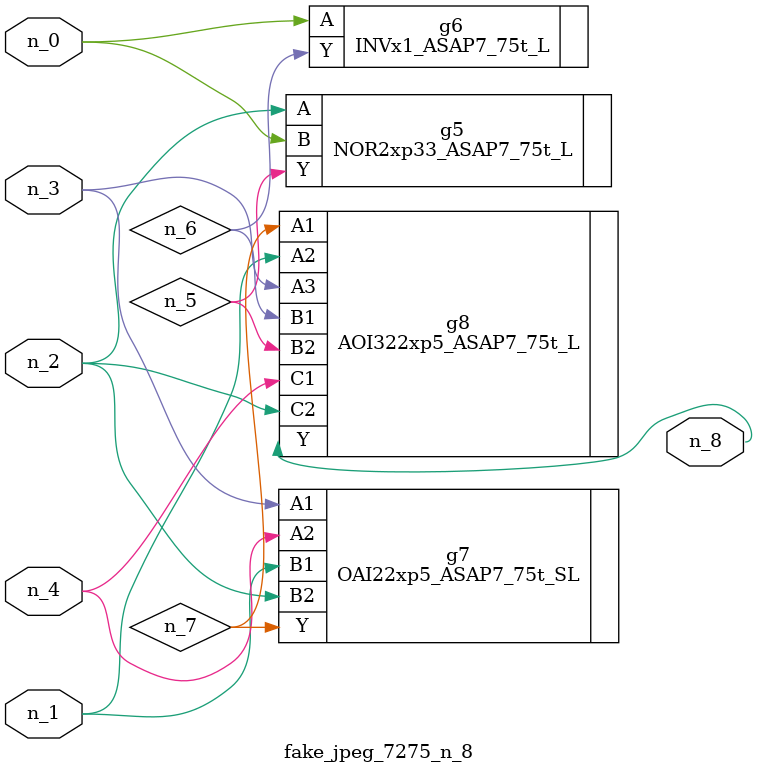
<source format=v>
module fake_jpeg_7275_n_8 (n_3, n_2, n_1, n_0, n_4, n_8);

input n_3;
input n_2;
input n_1;
input n_0;
input n_4;

output n_8;

wire n_6;
wire n_5;
wire n_7;

NOR2xp33_ASAP7_75t_L g5 ( 
.A(n_2),
.B(n_0),
.Y(n_5)
);

INVx1_ASAP7_75t_L g6 ( 
.A(n_0),
.Y(n_6)
);

OAI22xp5_ASAP7_75t_SL g7 ( 
.A1(n_3),
.A2(n_4),
.B1(n_1),
.B2(n_2),
.Y(n_7)
);

AOI322xp5_ASAP7_75t_L g8 ( 
.A1(n_7),
.A2(n_1),
.A3(n_3),
.B1(n_6),
.B2(n_5),
.C1(n_4),
.C2(n_2),
.Y(n_8)
);


endmodule
</source>
